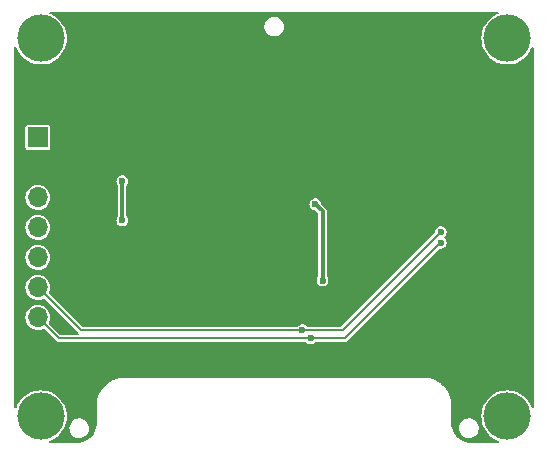
<source format=gbr>
%TF.GenerationSoftware,KiCad,Pcbnew,7.0.6*%
%TF.CreationDate,2023-07-27T20:42:59+01:00*%
%TF.ProjectId,Crenshaw,4372656e-7368-4617-972e-6b696361645f,V2.0*%
%TF.SameCoordinates,Original*%
%TF.FileFunction,Copper,L1,Top*%
%TF.FilePolarity,Positive*%
%FSLAX46Y46*%
G04 Gerber Fmt 4.6, Leading zero omitted, Abs format (unit mm)*
G04 Created by KiCad (PCBNEW 7.0.6) date 2023-07-27 20:42:59*
%MOMM*%
%LPD*%
G01*
G04 APERTURE LIST*
%TA.AperFunction,ComponentPad*%
%ADD10R,1.700000X1.700000*%
%TD*%
%TA.AperFunction,ComponentPad*%
%ADD11O,1.700000X1.700000*%
%TD*%
%TA.AperFunction,ComponentPad*%
%ADD12C,4.000000*%
%TD*%
%TA.AperFunction,ViaPad*%
%ADD13C,0.600000*%
%TD*%
%TA.AperFunction,Conductor*%
%ADD14C,0.300000*%
%TD*%
%TA.AperFunction,Conductor*%
%ADD15C,0.200000*%
%TD*%
G04 APERTURE END LIST*
D10*
%TO.P,J1,1,Pin_1*%
%TO.N,+5V*%
X35000000Y-32380000D03*
D11*
%TO.P,J1,2,Pin_2*%
%TO.N,GND*%
X35000000Y-34920000D03*
%TO.P,J1,3,Pin_3*%
%TO.N,MOSI*%
X35000000Y-37460000D03*
%TO.P,J1,4,Pin_4*%
%TO.N,SCK*%
X35000000Y-40000000D03*
%TO.P,J1,5,Pin_5*%
%TO.N,CS*%
X35000000Y-42540000D03*
%TO.P,J1,6,Pin_6*%
%TO.N,DC*%
X35000000Y-45080000D03*
%TO.P,J1,7,Pin_7*%
%TO.N,~{RST}*%
X35000000Y-47620000D03*
D12*
%TO.P,J1,MP*%
%TO.N,N/C*%
X35250000Y-24000000D03*
X35250000Y-56000000D03*
X74750000Y-24000000D03*
X74750000Y-56000000D03*
%TD*%
D13*
%TO.N,GND*%
X62800000Y-45000000D03*
X55000000Y-46300000D03*
X41350000Y-39000000D03*
X67000000Y-36800000D03*
X53000000Y-43600000D03*
X52900000Y-35900000D03*
X45500000Y-43700000D03*
X47200000Y-36200000D03*
X54200000Y-35600000D03*
X60600000Y-42900000D03*
X58400000Y-42900000D03*
X46500000Y-45000000D03*
X52000000Y-43700000D03*
X65000000Y-41250000D03*
X52600000Y-34300000D03*
X58400000Y-41250000D03*
X61750000Y-46150000D03*
X52600001Y-33500000D03*
X65000000Y-37500000D03*
X59800000Y-42900000D03*
X63900000Y-44500000D03*
X57600000Y-42900000D03*
X59100000Y-46150000D03*
X43950000Y-37700000D03*
X40550001Y-39000000D03*
X51700000Y-46300000D03*
X43150000Y-39700000D03*
X50900001Y-46300000D03*
X46500000Y-45800000D03*
X56250000Y-46300000D03*
X52000000Y-42100000D03*
X53500002Y-35600000D03*
X63900000Y-43700000D03*
X65000000Y-38399999D03*
X62800000Y-45800000D03*
X53000000Y-42400000D03*
X47200000Y-37000000D03*
X52000000Y-42900000D03*
X45500000Y-44500000D03*
X67000000Y-37699999D03*
X52500000Y-46300000D03*
X52100001Y-35900000D03*
X52000000Y-44500000D03*
%TO.N,+3V3*%
X59100000Y-44500000D03*
X58500000Y-38050000D03*
%TO.N,+5V*%
X42150000Y-39400000D03*
X42150000Y-36100000D03*
%TO.N,~{RST}*%
X69100000Y-41300000D03*
X58100000Y-49400000D03*
%TO.N,DC*%
X69100000Y-40400000D03*
X57400000Y-48700000D03*
%TD*%
D14*
%TO.N,+3V3*%
X59100000Y-38650000D02*
X58500000Y-38050000D01*
X59100000Y-44500000D02*
X59100000Y-38650000D01*
%TO.N,+5V*%
X42150000Y-36100000D02*
X42150000Y-39400000D01*
D15*
%TO.N,~{RST}*%
X36780000Y-49400000D02*
X35000000Y-47620000D01*
X58100000Y-49400000D02*
X60965685Y-49400000D01*
X58100000Y-49400000D02*
X36780000Y-49400000D01*
X60965685Y-49400000D02*
X69065685Y-41300000D01*
X69065685Y-41300000D02*
X69100000Y-41300000D01*
%TO.N,DC*%
X38620000Y-48700000D02*
X35000000Y-45080000D01*
X60800000Y-48700000D02*
X69100000Y-40400000D01*
X57400000Y-48700000D02*
X38620000Y-48700000D01*
X57400000Y-48700000D02*
X60800000Y-48700000D01*
%TD*%
%TA.AperFunction,Conductor*%
%TO.N,GND*%
G36*
X73989602Y-21769407D02*
G01*
X74025566Y-21818907D01*
X74025566Y-21880093D01*
X73989602Y-21929593D01*
X73963234Y-21943246D01*
X73906099Y-21962640D01*
X73906088Y-21962645D01*
X73647388Y-22090222D01*
X73407549Y-22250477D01*
X73407536Y-22250487D01*
X73190682Y-22440664D01*
X73190664Y-22440682D01*
X73000487Y-22657536D01*
X73000477Y-22657549D01*
X72840222Y-22897388D01*
X72712645Y-23156088D01*
X72712640Y-23156099D01*
X72619920Y-23429240D01*
X72563643Y-23712163D01*
X72544778Y-23999999D01*
X72544778Y-24000000D01*
X72563643Y-24287836D01*
X72619920Y-24570759D01*
X72712640Y-24843900D01*
X72712645Y-24843911D01*
X72840222Y-25102611D01*
X73000477Y-25342450D01*
X73000487Y-25342463D01*
X73190664Y-25559317D01*
X73190673Y-25559327D01*
X73190681Y-25559334D01*
X73190682Y-25559335D01*
X73407536Y-25749512D01*
X73407543Y-25749517D01*
X73407546Y-25749520D01*
X73647389Y-25909778D01*
X73906098Y-26037359D01*
X74035659Y-26081339D01*
X74179240Y-26130079D01*
X74179242Y-26130079D01*
X74179247Y-26130081D01*
X74462161Y-26186356D01*
X74750000Y-26205222D01*
X75037839Y-26186356D01*
X75320753Y-26130081D01*
X75593902Y-26037359D01*
X75852611Y-25909778D01*
X76092454Y-25749520D01*
X76309327Y-25559327D01*
X76499520Y-25342454D01*
X76659778Y-25102611D01*
X76787359Y-24843902D01*
X76806754Y-24786765D01*
X76843363Y-24737741D01*
X76901796Y-24719597D01*
X76959734Y-24739265D01*
X76995047Y-24789232D01*
X76999500Y-24818589D01*
X76999500Y-55181410D01*
X76980593Y-55239601D01*
X76931093Y-55275565D01*
X76869907Y-55275565D01*
X76820407Y-55239601D01*
X76806754Y-55213233D01*
X76795951Y-55181410D01*
X76787359Y-55156098D01*
X76659778Y-54897389D01*
X76499520Y-54657546D01*
X76499517Y-54657543D01*
X76499512Y-54657536D01*
X76309335Y-54440682D01*
X76309334Y-54440681D01*
X76309327Y-54440673D01*
X76309317Y-54440664D01*
X76092463Y-54250487D01*
X76092450Y-54250477D01*
X75852611Y-54090222D01*
X75593911Y-53962645D01*
X75593900Y-53962640D01*
X75320759Y-53869920D01*
X75037836Y-53813643D01*
X74750000Y-53794778D01*
X74462163Y-53813643D01*
X74179240Y-53869920D01*
X73906099Y-53962640D01*
X73906088Y-53962645D01*
X73647388Y-54090222D01*
X73407549Y-54250477D01*
X73407536Y-54250487D01*
X73190682Y-54440664D01*
X73190664Y-54440682D01*
X73000487Y-54657536D01*
X73000477Y-54657549D01*
X72840222Y-54897388D01*
X72712645Y-55156088D01*
X72712640Y-55156099D01*
X72619920Y-55429240D01*
X72563643Y-55712163D01*
X72544778Y-55999999D01*
X72544778Y-56000000D01*
X72563643Y-56287836D01*
X72619920Y-56570759D01*
X72712640Y-56843900D01*
X72712645Y-56843911D01*
X72840222Y-57102611D01*
X73000477Y-57342450D01*
X73000487Y-57342463D01*
X73190664Y-57559317D01*
X73190673Y-57559327D01*
X73190681Y-57559334D01*
X73190682Y-57559335D01*
X73407536Y-57749512D01*
X73407543Y-57749517D01*
X73407546Y-57749520D01*
X73647389Y-57909778D01*
X73906098Y-58037359D01*
X73963234Y-58056754D01*
X74012259Y-58093363D01*
X74030403Y-58151796D01*
X74010735Y-58209734D01*
X73960768Y-58245047D01*
X73931411Y-58249500D01*
X71751772Y-58249500D01*
X71748239Y-58249374D01*
X71508084Y-58232198D01*
X71494103Y-58230188D01*
X71264024Y-58180137D01*
X71250471Y-58176157D01*
X71029865Y-58093875D01*
X71017016Y-58088007D01*
X70810363Y-57975166D01*
X70798481Y-57967530D01*
X70609992Y-57826429D01*
X70599316Y-57817179D01*
X70432820Y-57650683D01*
X70423570Y-57640007D01*
X70293729Y-57466559D01*
X70282467Y-57451515D01*
X70274833Y-57439636D01*
X70221765Y-57342450D01*
X70161991Y-57232981D01*
X70156124Y-57220134D01*
X70124185Y-57134502D01*
X70073840Y-56999522D01*
X70069863Y-56985981D01*
X70063121Y-56954989D01*
X70669845Y-56954989D01*
X70679578Y-57134502D01*
X70703987Y-57222416D01*
X70727673Y-57307723D01*
X70811881Y-57466556D01*
X70811883Y-57466559D01*
X70890681Y-57559327D01*
X70928265Y-57603574D01*
X71071382Y-57712369D01*
X71234541Y-57787854D01*
X71410113Y-57826500D01*
X71410117Y-57826500D01*
X71544816Y-57826500D01*
X71678721Y-57811937D01*
X71849085Y-57754535D01*
X72003126Y-57661851D01*
X72133642Y-57538220D01*
X72234529Y-57389423D01*
X72301070Y-57222416D01*
X72330155Y-57045010D01*
X72320422Y-56865499D01*
X72272327Y-56692277D01*
X72188119Y-56533444D01*
X72161207Y-56501761D01*
X72071736Y-56396427D01*
X72071735Y-56396426D01*
X71995073Y-56338149D01*
X71928618Y-56287631D01*
X71765459Y-56212146D01*
X71589887Y-56173500D01*
X71455184Y-56173500D01*
X71321276Y-56188063D01*
X71150914Y-56245465D01*
X70996872Y-56338150D01*
X70866357Y-56461780D01*
X70765470Y-56610578D01*
X70698930Y-56777582D01*
X70698930Y-56777585D01*
X70669845Y-56954989D01*
X70063121Y-56954989D01*
X70019810Y-56755889D01*
X70017802Y-56741922D01*
X70000626Y-56501760D01*
X70000500Y-56498228D01*
X70000500Y-54863874D01*
X70000498Y-54863857D01*
X69975447Y-54657549D01*
X69967682Y-54593595D01*
X69902526Y-54329246D01*
X69805981Y-54074678D01*
X69698516Y-53869920D01*
X69679456Y-53833603D01*
X69679453Y-53833598D01*
X69524797Y-53609543D01*
X69524794Y-53609538D01*
X69344252Y-53405748D01*
X69140462Y-53225206D01*
X69105321Y-53200950D01*
X68916401Y-53070546D01*
X68916396Y-53070543D01*
X68675325Y-52944020D01*
X68631074Y-52927238D01*
X68420754Y-52847474D01*
X68420749Y-52847472D01*
X68420748Y-52847472D01*
X68156409Y-52782318D01*
X68156393Y-52782316D01*
X67886142Y-52749501D01*
X67886134Y-52749500D01*
X67886130Y-52749500D01*
X67774674Y-52749500D01*
X42294170Y-52749500D01*
X42250000Y-52749500D01*
X42113870Y-52749500D01*
X42113866Y-52749500D01*
X42113857Y-52749501D01*
X41843606Y-52782316D01*
X41843590Y-52782318D01*
X41579251Y-52847472D01*
X41324674Y-52944020D01*
X41083603Y-53070543D01*
X41083598Y-53070546D01*
X40859543Y-53225202D01*
X40655753Y-53405743D01*
X40655743Y-53405753D01*
X40475202Y-53609543D01*
X40320546Y-53833598D01*
X40320543Y-53833603D01*
X40194020Y-54074674D01*
X40097472Y-54329251D01*
X40032318Y-54593590D01*
X40032316Y-54593606D01*
X39999501Y-54863857D01*
X39999500Y-54863874D01*
X39999500Y-56498228D01*
X39999374Y-56501761D01*
X39982198Y-56741915D01*
X39980188Y-56755896D01*
X39930137Y-56985975D01*
X39926157Y-56999528D01*
X39843875Y-57220134D01*
X39838007Y-57232983D01*
X39725166Y-57439636D01*
X39717530Y-57451518D01*
X39576429Y-57640007D01*
X39567179Y-57650683D01*
X39400683Y-57817179D01*
X39390007Y-57826429D01*
X39201518Y-57967530D01*
X39189636Y-57975166D01*
X38982983Y-58088007D01*
X38970134Y-58093875D01*
X38749528Y-58176157D01*
X38735975Y-58180137D01*
X38505896Y-58230188D01*
X38491915Y-58232198D01*
X38251761Y-58249374D01*
X38248228Y-58249500D01*
X36068589Y-58249500D01*
X36010398Y-58230593D01*
X35974434Y-58181093D01*
X35974434Y-58119907D01*
X36010398Y-58070407D01*
X36036766Y-58056754D01*
X36093902Y-58037359D01*
X36352611Y-57909778D01*
X36592454Y-57749520D01*
X36809327Y-57559327D01*
X36999520Y-57342454D01*
X37159778Y-57102611D01*
X37232577Y-56954989D01*
X37669845Y-56954989D01*
X37679578Y-57134502D01*
X37703987Y-57222416D01*
X37727673Y-57307723D01*
X37811881Y-57466556D01*
X37811883Y-57466559D01*
X37890681Y-57559327D01*
X37928265Y-57603574D01*
X38071382Y-57712369D01*
X38234541Y-57787854D01*
X38410113Y-57826500D01*
X38410117Y-57826500D01*
X38544816Y-57826500D01*
X38678721Y-57811937D01*
X38849085Y-57754535D01*
X39003126Y-57661851D01*
X39133642Y-57538220D01*
X39234529Y-57389423D01*
X39301070Y-57222416D01*
X39330155Y-57045010D01*
X39320422Y-56865499D01*
X39272327Y-56692277D01*
X39188119Y-56533444D01*
X39161207Y-56501761D01*
X39071736Y-56396427D01*
X39071735Y-56396426D01*
X38995073Y-56338149D01*
X38928618Y-56287631D01*
X38765459Y-56212146D01*
X38589887Y-56173500D01*
X38455184Y-56173500D01*
X38321276Y-56188063D01*
X38150914Y-56245465D01*
X37996872Y-56338150D01*
X37866357Y-56461780D01*
X37765470Y-56610578D01*
X37698930Y-56777582D01*
X37698930Y-56777585D01*
X37669845Y-56954989D01*
X37232577Y-56954989D01*
X37287359Y-56843902D01*
X37380081Y-56570753D01*
X37436356Y-56287839D01*
X37455222Y-56000000D01*
X37436356Y-55712161D01*
X37380081Y-55429247D01*
X37287359Y-55156098D01*
X37159778Y-54897389D01*
X36999520Y-54657546D01*
X36999517Y-54657543D01*
X36999512Y-54657536D01*
X36809335Y-54440682D01*
X36809334Y-54440681D01*
X36809327Y-54440673D01*
X36809317Y-54440664D01*
X36592463Y-54250487D01*
X36592450Y-54250477D01*
X36352611Y-54090222D01*
X36093911Y-53962645D01*
X36093900Y-53962640D01*
X35820759Y-53869920D01*
X35537836Y-53813643D01*
X35250000Y-53794778D01*
X34962163Y-53813643D01*
X34679240Y-53869920D01*
X34406099Y-53962640D01*
X34406088Y-53962645D01*
X34147388Y-54090222D01*
X33907549Y-54250477D01*
X33907536Y-54250487D01*
X33690682Y-54440664D01*
X33690664Y-54440682D01*
X33500487Y-54657536D01*
X33500477Y-54657549D01*
X33340222Y-54897388D01*
X33212645Y-55156088D01*
X33212640Y-55156100D01*
X33193246Y-55213233D01*
X33156637Y-55262258D01*
X33098203Y-55280402D01*
X33040265Y-55260734D01*
X33004953Y-55210767D01*
X33000500Y-55181410D01*
X33000500Y-47620003D01*
X33944417Y-47620003D01*
X33964698Y-47825929D01*
X33964699Y-47825934D01*
X34024768Y-48023954D01*
X34122316Y-48206452D01*
X34252704Y-48365331D01*
X34253590Y-48366410D01*
X34253595Y-48366414D01*
X34413547Y-48497683D01*
X34413548Y-48497683D01*
X34413550Y-48497685D01*
X34596046Y-48595232D01*
X34733996Y-48637078D01*
X34794065Y-48655300D01*
X34794070Y-48655301D01*
X34999997Y-48675583D01*
X35000000Y-48675583D01*
X35000003Y-48675583D01*
X35205929Y-48655301D01*
X35205934Y-48655300D01*
X35205934Y-48655299D01*
X35403954Y-48595232D01*
X35434542Y-48578881D01*
X35494775Y-48568124D01*
X35549826Y-48594825D01*
X35551216Y-48596187D01*
X36521436Y-49566407D01*
X36529537Y-49577647D01*
X36530516Y-49576909D01*
X36536044Y-49584230D01*
X36571569Y-49616616D01*
X36573223Y-49618195D01*
X36580947Y-49625918D01*
X36587203Y-49632174D01*
X36590128Y-49634178D01*
X36595505Y-49638437D01*
X36619064Y-49659914D01*
X36619065Y-49659914D01*
X36619067Y-49659916D01*
X36628230Y-49663466D01*
X36648416Y-49674105D01*
X36656519Y-49679656D01*
X36687553Y-49686955D01*
X36694090Y-49688979D01*
X36723827Y-49700500D01*
X36733652Y-49700500D01*
X36756316Y-49703129D01*
X36765881Y-49705379D01*
X36793645Y-49701506D01*
X36797453Y-49700975D01*
X36804299Y-49700500D01*
X57652917Y-49700500D01*
X57711108Y-49719407D01*
X57727733Y-49734667D01*
X57768872Y-49782143D01*
X57889947Y-49859953D01*
X57996403Y-49891211D01*
X58028035Y-49900499D01*
X58028036Y-49900499D01*
X58028039Y-49900500D01*
X58028041Y-49900500D01*
X58171959Y-49900500D01*
X58171961Y-49900500D01*
X58310053Y-49859953D01*
X58431128Y-49782143D01*
X58472264Y-49734668D01*
X58524660Y-49703073D01*
X58547083Y-49700500D01*
X60900521Y-49700500D01*
X60914196Y-49702732D01*
X60914368Y-49701506D01*
X60923449Y-49702772D01*
X60923450Y-49702773D01*
X60923450Y-49702772D01*
X60923451Y-49702773D01*
X60932192Y-49702368D01*
X60971478Y-49700552D01*
X60973755Y-49700500D01*
X60993526Y-49700500D01*
X60993529Y-49700500D01*
X60997022Y-49699846D01*
X61003826Y-49699056D01*
X61035677Y-49697585D01*
X61044661Y-49693617D01*
X61066462Y-49686865D01*
X61076118Y-49685061D01*
X61103228Y-49668274D01*
X61109274Y-49665088D01*
X61138450Y-49652206D01*
X61145394Y-49645260D01*
X61163286Y-49631089D01*
X61171637Y-49625919D01*
X61190850Y-49600474D01*
X61195347Y-49595308D01*
X68961159Y-41829496D01*
X69015676Y-41801719D01*
X69031163Y-41800500D01*
X69171959Y-41800500D01*
X69171961Y-41800500D01*
X69310053Y-41759953D01*
X69431128Y-41682143D01*
X69525377Y-41573373D01*
X69585165Y-41442457D01*
X69605647Y-41300000D01*
X69585165Y-41157543D01*
X69525377Y-41026627D01*
X69431128Y-40917857D01*
X69428506Y-40914831D01*
X69404688Y-40858472D01*
X69418547Y-40798876D01*
X69428506Y-40785169D01*
X69462087Y-40746414D01*
X69525377Y-40673373D01*
X69585165Y-40542457D01*
X69595506Y-40470534D01*
X69605647Y-40400002D01*
X69605647Y-40399997D01*
X69585165Y-40257543D01*
X69525377Y-40126628D01*
X69525377Y-40126627D01*
X69431128Y-40017857D01*
X69431127Y-40017856D01*
X69431126Y-40017855D01*
X69310057Y-39940049D01*
X69310054Y-39940047D01*
X69310053Y-39940047D01*
X69310050Y-39940046D01*
X69171964Y-39899500D01*
X69171961Y-39899500D01*
X69028039Y-39899500D01*
X69028035Y-39899500D01*
X68889949Y-39940046D01*
X68889942Y-39940049D01*
X68768873Y-40017855D01*
X68674622Y-40126628D01*
X68614834Y-40257543D01*
X68594353Y-40399997D01*
X68594353Y-40400003D01*
X68597441Y-40421482D01*
X68587007Y-40481771D01*
X68569453Y-40505574D01*
X60704525Y-48370504D01*
X60650008Y-48398281D01*
X60634521Y-48399500D01*
X57847083Y-48399500D01*
X57788892Y-48380593D01*
X57772264Y-48365331D01*
X57731128Y-48317857D01*
X57698182Y-48296684D01*
X57610057Y-48240049D01*
X57610054Y-48240047D01*
X57610053Y-48240047D01*
X57610050Y-48240046D01*
X57471964Y-48199500D01*
X57471961Y-48199500D01*
X57328039Y-48199500D01*
X57328035Y-48199500D01*
X57189949Y-48240046D01*
X57189942Y-48240049D01*
X57068876Y-48317854D01*
X57068871Y-48317858D01*
X57027736Y-48365331D01*
X56975340Y-48396927D01*
X56952917Y-48399500D01*
X38785479Y-48399500D01*
X38727288Y-48380593D01*
X38715475Y-48370504D01*
X35976187Y-45631216D01*
X35948410Y-45576699D01*
X35957981Y-45516267D01*
X35958882Y-45514542D01*
X35975230Y-45483957D01*
X35975232Y-45483954D01*
X36035300Y-45285934D01*
X36035301Y-45285929D01*
X36055583Y-45080003D01*
X36055583Y-45079996D01*
X36035301Y-44874070D01*
X36035300Y-44874065D01*
X36004755Y-44773371D01*
X35975232Y-44676046D01*
X35877685Y-44493550D01*
X35746410Y-44333590D01*
X35746404Y-44333585D01*
X35586452Y-44202316D01*
X35403954Y-44104768D01*
X35205934Y-44044699D01*
X35205929Y-44044698D01*
X35000003Y-44024417D01*
X34999997Y-44024417D01*
X34794070Y-44044698D01*
X34794065Y-44044699D01*
X34596045Y-44104768D01*
X34413547Y-44202316D01*
X34253595Y-44333585D01*
X34253585Y-44333595D01*
X34122316Y-44493547D01*
X34024768Y-44676045D01*
X33964699Y-44874065D01*
X33964698Y-44874070D01*
X33944417Y-45079996D01*
X33944417Y-45080003D01*
X33964698Y-45285929D01*
X33964699Y-45285934D01*
X34024768Y-45483954D01*
X34122316Y-45666452D01*
X34253585Y-45826404D01*
X34253590Y-45826410D01*
X34253595Y-45826414D01*
X34413547Y-45957683D01*
X34413548Y-45957683D01*
X34413550Y-45957685D01*
X34596046Y-46055232D01*
X34733996Y-46097078D01*
X34794065Y-46115300D01*
X34794070Y-46115301D01*
X34999997Y-46135583D01*
X35000000Y-46135583D01*
X35000003Y-46135583D01*
X35205929Y-46115301D01*
X35205934Y-46115300D01*
X35205934Y-46115299D01*
X35403954Y-46055232D01*
X35434542Y-46038881D01*
X35494775Y-46028124D01*
X35549826Y-46054825D01*
X35551216Y-46056187D01*
X38361436Y-48866407D01*
X38369537Y-48877647D01*
X38370516Y-48876909D01*
X38376044Y-48884230D01*
X38411569Y-48916616D01*
X38413223Y-48918195D01*
X38425525Y-48930496D01*
X38453302Y-48985013D01*
X38443731Y-49045445D01*
X38400466Y-49088710D01*
X38355521Y-49099500D01*
X36945479Y-49099500D01*
X36887288Y-49080593D01*
X36875475Y-49070504D01*
X35976187Y-48171216D01*
X35948410Y-48116699D01*
X35957981Y-48056267D01*
X35958882Y-48054542D01*
X35975230Y-48023957D01*
X35975232Y-48023954D01*
X36035300Y-47825934D01*
X36035301Y-47825929D01*
X36055583Y-47620003D01*
X36055583Y-47619996D01*
X36035301Y-47414070D01*
X36035300Y-47414065D01*
X36017078Y-47353996D01*
X35975232Y-47216046D01*
X35877685Y-47033550D01*
X35746410Y-46873590D01*
X35746404Y-46873585D01*
X35586452Y-46742316D01*
X35403954Y-46644768D01*
X35205934Y-46584699D01*
X35205929Y-46584698D01*
X35000003Y-46564417D01*
X34999997Y-46564417D01*
X34794070Y-46584698D01*
X34794065Y-46584699D01*
X34596045Y-46644768D01*
X34413547Y-46742316D01*
X34253595Y-46873585D01*
X34253585Y-46873595D01*
X34122316Y-47033547D01*
X34024768Y-47216045D01*
X33964699Y-47414065D01*
X33964698Y-47414070D01*
X33944417Y-47619996D01*
X33944417Y-47620003D01*
X33000500Y-47620003D01*
X33000500Y-42540003D01*
X33944417Y-42540003D01*
X33964698Y-42745929D01*
X33964699Y-42745934D01*
X34024768Y-42943954D01*
X34122316Y-43126452D01*
X34253585Y-43286404D01*
X34253590Y-43286410D01*
X34253595Y-43286414D01*
X34413547Y-43417683D01*
X34413548Y-43417683D01*
X34413550Y-43417685D01*
X34596046Y-43515232D01*
X34733996Y-43557078D01*
X34794065Y-43575300D01*
X34794070Y-43575301D01*
X34999997Y-43595583D01*
X35000000Y-43595583D01*
X35000003Y-43595583D01*
X35205929Y-43575301D01*
X35205934Y-43575300D01*
X35205934Y-43575299D01*
X35403954Y-43515232D01*
X35586450Y-43417685D01*
X35746410Y-43286410D01*
X35877685Y-43126450D01*
X35975232Y-42943954D01*
X36035300Y-42745934D01*
X36035301Y-42745929D01*
X36055583Y-42540003D01*
X36055583Y-42539996D01*
X36035301Y-42334070D01*
X36035300Y-42334065D01*
X36017078Y-42273996D01*
X35975232Y-42136046D01*
X35877685Y-41953550D01*
X35746410Y-41793590D01*
X35705423Y-41759953D01*
X35586452Y-41662316D01*
X35403954Y-41564768D01*
X35205934Y-41504699D01*
X35205929Y-41504698D01*
X35000003Y-41484417D01*
X34999997Y-41484417D01*
X34794070Y-41504698D01*
X34794065Y-41504699D01*
X34596045Y-41564768D01*
X34413547Y-41662316D01*
X34253595Y-41793585D01*
X34253585Y-41793595D01*
X34122316Y-41953547D01*
X34024768Y-42136045D01*
X33964699Y-42334065D01*
X33964698Y-42334070D01*
X33944417Y-42539996D01*
X33944417Y-42540003D01*
X33000500Y-42540003D01*
X33000500Y-40000003D01*
X33944417Y-40000003D01*
X33964698Y-40205929D01*
X33964699Y-40205934D01*
X34024768Y-40403954D01*
X34122316Y-40586452D01*
X34193650Y-40673373D01*
X34253590Y-40746410D01*
X34253595Y-40746414D01*
X34413547Y-40877683D01*
X34413548Y-40877683D01*
X34413550Y-40877685D01*
X34596046Y-40975232D01*
X34733996Y-41017078D01*
X34794065Y-41035300D01*
X34794070Y-41035301D01*
X34999997Y-41055583D01*
X35000000Y-41055583D01*
X35000003Y-41055583D01*
X35205929Y-41035301D01*
X35205934Y-41035300D01*
X35234525Y-41026627D01*
X35403954Y-40975232D01*
X35586450Y-40877685D01*
X35746410Y-40746410D01*
X35877685Y-40586450D01*
X35975232Y-40403954D01*
X36035300Y-40205934D01*
X36035301Y-40205929D01*
X36055583Y-40000003D01*
X36055583Y-39999996D01*
X36035301Y-39794070D01*
X36035300Y-39794065D01*
X36017078Y-39733996D01*
X35975232Y-39596046D01*
X35877685Y-39413550D01*
X35866566Y-39400002D01*
X41644353Y-39400002D01*
X41664834Y-39542456D01*
X41724622Y-39673371D01*
X41724623Y-39673373D01*
X41818872Y-39782143D01*
X41818873Y-39782144D01*
X41939942Y-39859950D01*
X41939947Y-39859953D01*
X42046403Y-39891211D01*
X42078035Y-39900499D01*
X42078036Y-39900499D01*
X42078039Y-39900500D01*
X42078041Y-39900500D01*
X42221959Y-39900500D01*
X42221961Y-39900500D01*
X42360053Y-39859953D01*
X42481128Y-39782143D01*
X42575377Y-39673373D01*
X42635165Y-39542457D01*
X42653699Y-39413550D01*
X42655647Y-39400002D01*
X42655647Y-39399997D01*
X42635165Y-39257543D01*
X42633357Y-39253585D01*
X42575377Y-39126627D01*
X42571019Y-39121597D01*
X42524680Y-39068117D01*
X42500863Y-39011757D01*
X42500500Y-39003287D01*
X42500500Y-38050002D01*
X57994352Y-38050002D01*
X58014834Y-38192456D01*
X58021204Y-38206404D01*
X58074623Y-38323373D01*
X58138457Y-38397042D01*
X58168873Y-38432144D01*
X58258205Y-38489554D01*
X58289947Y-38509953D01*
X58373953Y-38534619D01*
X58428035Y-38550499D01*
X58428036Y-38550499D01*
X58428039Y-38550500D01*
X58463810Y-38550500D01*
X58522001Y-38569407D01*
X58533814Y-38579496D01*
X58720504Y-38766186D01*
X58748281Y-38820703D01*
X58749500Y-38836190D01*
X58749500Y-44103287D01*
X58730593Y-44161478D01*
X58725320Y-44168117D01*
X58674623Y-44226626D01*
X58614834Y-44357543D01*
X58594352Y-44499997D01*
X58594352Y-44500002D01*
X58614834Y-44642456D01*
X58674622Y-44773371D01*
X58674623Y-44773373D01*
X58761873Y-44874066D01*
X58768873Y-44882144D01*
X58889942Y-44959950D01*
X58889947Y-44959953D01*
X58996403Y-44991211D01*
X59028035Y-45000499D01*
X59028036Y-45000499D01*
X59028039Y-45000500D01*
X59028041Y-45000500D01*
X59171959Y-45000500D01*
X59171961Y-45000500D01*
X59310053Y-44959953D01*
X59431128Y-44882143D01*
X59525377Y-44773373D01*
X59585165Y-44642457D01*
X59605647Y-44500000D01*
X59604719Y-44493547D01*
X59585165Y-44357543D01*
X59574224Y-44333585D01*
X59525377Y-44226627D01*
X59504311Y-44202315D01*
X59474680Y-44168117D01*
X59450863Y-44111757D01*
X59450500Y-44103287D01*
X59450500Y-38696613D01*
X59452607Y-38676297D01*
X59455042Y-38664685D01*
X59450879Y-38631297D01*
X59450499Y-38625167D01*
X59450500Y-38620961D01*
X59450499Y-38620960D01*
X59450500Y-38620960D01*
X59446910Y-38599449D01*
X59440573Y-38548607D01*
X59440572Y-38548604D01*
X59438477Y-38541569D01*
X59436091Y-38534616D01*
X59411704Y-38489554D01*
X59389198Y-38443515D01*
X59384948Y-38437562D01*
X59380418Y-38431742D01*
X59342724Y-38397041D01*
X59030619Y-38084937D01*
X59002842Y-38030420D01*
X59002631Y-38029022D01*
X58985165Y-37907543D01*
X58925377Y-37776628D01*
X58925377Y-37776627D01*
X58831128Y-37667857D01*
X58831127Y-37667856D01*
X58831126Y-37667855D01*
X58710057Y-37590049D01*
X58710054Y-37590047D01*
X58710053Y-37590047D01*
X58710050Y-37590046D01*
X58571964Y-37549500D01*
X58571961Y-37549500D01*
X58428039Y-37549500D01*
X58428035Y-37549500D01*
X58289949Y-37590046D01*
X58289942Y-37590049D01*
X58168873Y-37667855D01*
X58074622Y-37776628D01*
X58014834Y-37907543D01*
X57994352Y-38049997D01*
X57994352Y-38050002D01*
X42500500Y-38050002D01*
X42500500Y-36496710D01*
X42519407Y-36438519D01*
X42524666Y-36431896D01*
X42575377Y-36373373D01*
X42635165Y-36242457D01*
X42655647Y-36100000D01*
X42635165Y-35957543D01*
X42575377Y-35826627D01*
X42481128Y-35717857D01*
X42481127Y-35717856D01*
X42481126Y-35717855D01*
X42360057Y-35640049D01*
X42360054Y-35640047D01*
X42360053Y-35640047D01*
X42360050Y-35640046D01*
X42221964Y-35599500D01*
X42221961Y-35599500D01*
X42078039Y-35599500D01*
X42078035Y-35599500D01*
X41939949Y-35640046D01*
X41939942Y-35640049D01*
X41818873Y-35717855D01*
X41724622Y-35826628D01*
X41664834Y-35957543D01*
X41644353Y-36099997D01*
X41644353Y-36100002D01*
X41664834Y-36242456D01*
X41724622Y-36373371D01*
X41724623Y-36373373D01*
X41775320Y-36431880D01*
X41799137Y-36488238D01*
X41799500Y-36496710D01*
X41799500Y-39003287D01*
X41780593Y-39061478D01*
X41775320Y-39068117D01*
X41724623Y-39126626D01*
X41664834Y-39257543D01*
X41644353Y-39399997D01*
X41644353Y-39400002D01*
X35866566Y-39400002D01*
X35866562Y-39399997D01*
X35746414Y-39253595D01*
X35746410Y-39253590D01*
X35746404Y-39253585D01*
X35586452Y-39122316D01*
X35403954Y-39024768D01*
X35205934Y-38964699D01*
X35205929Y-38964698D01*
X35000003Y-38944417D01*
X34999997Y-38944417D01*
X34794070Y-38964698D01*
X34794065Y-38964699D01*
X34596045Y-39024768D01*
X34413547Y-39122316D01*
X34253595Y-39253585D01*
X34253585Y-39253595D01*
X34122316Y-39413547D01*
X34024768Y-39596045D01*
X33964699Y-39794065D01*
X33964698Y-39794070D01*
X33944417Y-39999996D01*
X33944417Y-40000003D01*
X33000500Y-40000003D01*
X33000500Y-37460003D01*
X33944417Y-37460003D01*
X33964698Y-37665929D01*
X33964699Y-37665934D01*
X34024768Y-37863954D01*
X34122316Y-38046452D01*
X34132378Y-38058712D01*
X34253590Y-38206410D01*
X34253595Y-38206414D01*
X34413547Y-38337683D01*
X34413548Y-38337683D01*
X34413550Y-38337685D01*
X34596046Y-38435232D01*
X34733996Y-38477078D01*
X34794065Y-38495300D01*
X34794070Y-38495301D01*
X34999997Y-38515583D01*
X35000000Y-38515583D01*
X35000003Y-38515583D01*
X35205929Y-38495301D01*
X35205934Y-38495300D01*
X35224876Y-38489554D01*
X35403954Y-38435232D01*
X35586450Y-38337685D01*
X35746410Y-38206410D01*
X35877685Y-38046450D01*
X35975232Y-37863954D01*
X36035300Y-37665934D01*
X36035301Y-37665929D01*
X36055583Y-37460003D01*
X36055583Y-37459996D01*
X36035301Y-37254070D01*
X36035300Y-37254065D01*
X36017078Y-37193996D01*
X35975232Y-37056046D01*
X35877685Y-36873550D01*
X35746410Y-36713590D01*
X35746404Y-36713585D01*
X35586452Y-36582316D01*
X35403954Y-36484768D01*
X35205934Y-36424699D01*
X35205929Y-36424698D01*
X35000003Y-36404417D01*
X34999997Y-36404417D01*
X34794070Y-36424698D01*
X34794065Y-36424699D01*
X34596045Y-36484768D01*
X34413547Y-36582316D01*
X34253595Y-36713585D01*
X34253585Y-36713595D01*
X34122316Y-36873547D01*
X34024768Y-37056045D01*
X33964699Y-37254065D01*
X33964698Y-37254070D01*
X33944417Y-37459996D01*
X33944417Y-37460003D01*
X33000500Y-37460003D01*
X33000500Y-33249746D01*
X33949500Y-33249746D01*
X33949501Y-33249758D01*
X33961132Y-33308227D01*
X33961133Y-33308231D01*
X34005448Y-33374552D01*
X34071769Y-33418867D01*
X34116231Y-33427711D01*
X34130241Y-33430498D01*
X34130246Y-33430498D01*
X34130252Y-33430500D01*
X34130253Y-33430500D01*
X35869747Y-33430500D01*
X35869748Y-33430500D01*
X35928231Y-33418867D01*
X35994552Y-33374552D01*
X36038867Y-33308231D01*
X36050500Y-33249748D01*
X36050500Y-31510252D01*
X36038867Y-31451769D01*
X35994552Y-31385448D01*
X35994548Y-31385445D01*
X35928233Y-31341134D01*
X35928231Y-31341133D01*
X35928228Y-31341132D01*
X35928227Y-31341132D01*
X35869758Y-31329501D01*
X35869748Y-31329500D01*
X34130252Y-31329500D01*
X34130251Y-31329500D01*
X34130241Y-31329501D01*
X34071772Y-31341132D01*
X34071766Y-31341134D01*
X34005451Y-31385445D01*
X34005445Y-31385451D01*
X33961134Y-31451766D01*
X33961132Y-31451772D01*
X33949501Y-31510241D01*
X33949500Y-31510253D01*
X33949500Y-33249746D01*
X33000500Y-33249746D01*
X33000500Y-24818589D01*
X33019407Y-24760398D01*
X33068907Y-24724434D01*
X33130093Y-24724434D01*
X33179593Y-24760398D01*
X33193246Y-24786766D01*
X33212640Y-24843900D01*
X33212645Y-24843911D01*
X33340222Y-25102611D01*
X33500477Y-25342450D01*
X33500487Y-25342463D01*
X33690664Y-25559317D01*
X33690673Y-25559327D01*
X33690681Y-25559334D01*
X33690682Y-25559335D01*
X33907536Y-25749512D01*
X33907543Y-25749517D01*
X33907546Y-25749520D01*
X34147389Y-25909778D01*
X34406098Y-26037359D01*
X34535659Y-26081339D01*
X34679240Y-26130079D01*
X34679242Y-26130079D01*
X34679247Y-26130081D01*
X34962161Y-26186356D01*
X35250000Y-26205222D01*
X35537839Y-26186356D01*
X35820753Y-26130081D01*
X36093902Y-26037359D01*
X36352611Y-25909778D01*
X36592454Y-25749520D01*
X36809327Y-25559327D01*
X36999520Y-25342454D01*
X37159778Y-25102611D01*
X37287359Y-24843902D01*
X37380081Y-24570753D01*
X37436356Y-24287839D01*
X37455222Y-24000000D01*
X37436356Y-23712161D01*
X37380081Y-23429247D01*
X37357888Y-23363870D01*
X37287359Y-23156099D01*
X37287354Y-23156088D01*
X37276709Y-23134502D01*
X37188183Y-22954989D01*
X54169845Y-22954989D01*
X54179578Y-23134502D01*
X54203987Y-23222416D01*
X54227673Y-23307723D01*
X54311881Y-23466556D01*
X54311883Y-23466559D01*
X54428263Y-23603572D01*
X54428265Y-23603574D01*
X54571382Y-23712369D01*
X54734541Y-23787854D01*
X54910113Y-23826500D01*
X54910117Y-23826500D01*
X55044816Y-23826500D01*
X55178721Y-23811937D01*
X55349085Y-23754535D01*
X55503126Y-23661851D01*
X55633642Y-23538220D01*
X55734529Y-23389423D01*
X55801070Y-23222416D01*
X55830155Y-23045010D01*
X55820422Y-22865499D01*
X55772327Y-22692277D01*
X55688119Y-22533444D01*
X55609326Y-22440682D01*
X55571736Y-22396427D01*
X55571735Y-22396426D01*
X55428619Y-22287632D01*
X55428618Y-22287631D01*
X55265459Y-22212146D01*
X55089887Y-22173500D01*
X54955184Y-22173500D01*
X54821276Y-22188063D01*
X54650914Y-22245465D01*
X54496872Y-22338150D01*
X54366357Y-22461780D01*
X54265470Y-22610578D01*
X54198930Y-22777582D01*
X54198930Y-22777585D01*
X54169845Y-22954989D01*
X37188183Y-22954989D01*
X37159778Y-22897389D01*
X36999520Y-22657546D01*
X36999517Y-22657543D01*
X36999512Y-22657536D01*
X36809335Y-22440682D01*
X36809334Y-22440681D01*
X36809327Y-22440673D01*
X36809317Y-22440664D01*
X36592463Y-22250487D01*
X36592450Y-22250477D01*
X36352611Y-22090222D01*
X36093911Y-21962645D01*
X36093900Y-21962640D01*
X36036766Y-21943246D01*
X35987741Y-21906637D01*
X35969597Y-21848204D01*
X35989265Y-21790266D01*
X36039232Y-21754953D01*
X36068589Y-21750500D01*
X73931411Y-21750500D01*
X73989602Y-21769407D01*
G37*
%TD.AperFunction*%
%TD*%
M02*

</source>
